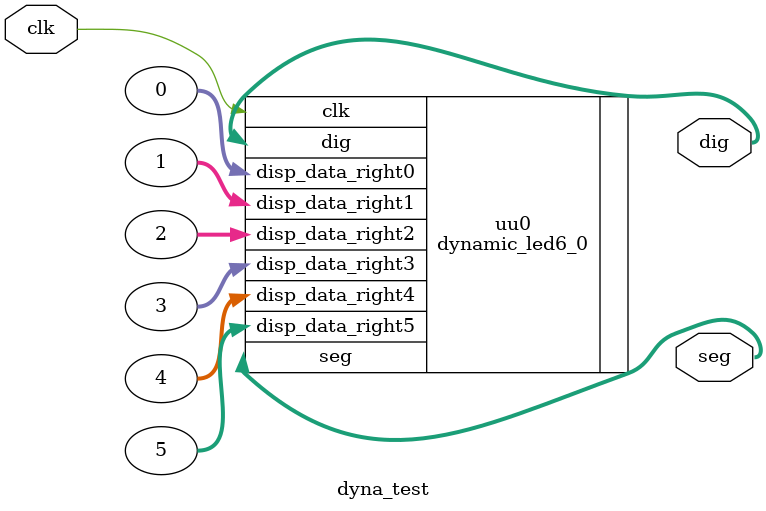
<source format=v>
`timescale 1ns / 1ps


module dyna_test(
input clk,
output[7:0] seg,
output[5:0] dig
    );
    dynamic_led6_0 uu0(
    .clk(clk),
    .disp_data_right0(0),
    .disp_data_right1(1),
    .disp_data_right2(2),
    .disp_data_right3(3),
    .disp_data_right4(4),
    .disp_data_right5(5),
    .seg(seg),
    .dig(dig)
    );
endmodule

</source>
